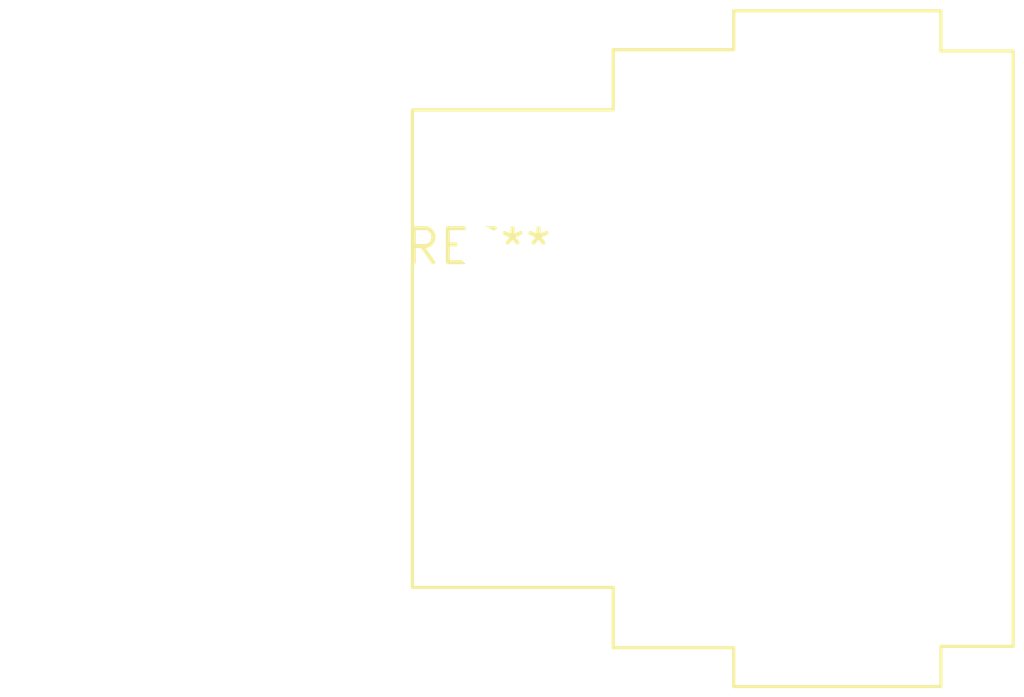
<source format=kicad_pcb>
(kicad_pcb (version 20240108) (generator pcbnew)
  (layers (0 "F.Cu" signal) (31 "B.Cu" signal) (34 "B.Paste" user) (35 "F.Paste" user) (36 "B.SilkS" user "B.Silkscreen") (37 "F.SilkS" user "F.Silkscreen") (38 "B.Mask" user) (39 "F.Mask" user) (44 "Edge.Cuts" user))
  (net 0 "")
  (footprint "Jack_XLR_Neutrik_NC5FBH_Horizontal" (layer "F.Cu") (at 0 0)
    (property "Reference" "REF**")
    (property "Value" "Jack_XLR_Neutrik_NC5FBH_Horizontal")
    (fp_line (start -2.47 -5.11) (end -2.47 12.73) (layer "F.SilkS") (stroke (width 0.12)))
    (fp_line (start 5.03 -5.11) (end -2.47 -5.11) (layer "F.SilkS") (stroke (width 0.12)))
    (fp_line (start 5.03 -5.11) (end 5.03 -7.36) (layer "F.SilkS") (stroke (width 0.12)))
    (fp_line (start 5.03 12.73) (end -2.47 12.73) (layer "F.SilkS") (stroke (width 0.12)))
    (fp_line (start 5.03 12.73) (end 5.03 14.98) (layer "F.SilkS") (stroke (width 0.12)))
    (fp_line (start 9.53 -7.36) (end 5.03 -7.36) (layer "F.SilkS") (stroke (width 0.12)))
    (fp_line (start 9.53 -7.36) (end 9.53 -8.81) (layer "F.SilkS") (stroke (width 0.12)))
    (fp_line (start 9.53 14.98) (end 5.03 14.98) (layer "F.SilkS") (stroke (width 0.12)))
    (fp_line (start 9.53 16.43) (end 9.53 14.98) (layer "F.SilkS") (stroke (width 0.12)))
    (fp_line (start 17.27 -8.81) (end 9.53 -8.81) (layer "F.SilkS") (stroke (width 0.12)))
    (fp_line (start 17.27 -8.81) (end 17.27 -7.31) (layer "F.SilkS") (stroke (width 0.12)))
    (fp_line (start 17.27 -7.31) (end 19.97 -7.31) (layer "F.SilkS") (stroke (width 0.12)))
    (fp_line (start 17.27 14.93) (end 17.27 16.43) (layer "F.SilkS") (stroke (width 0.12)))
    (fp_line (start 17.27 14.93) (end 19.97 14.93) (layer "F.SilkS") (stroke (width 0.12)))
    (fp_line (start 17.27 16.43) (end 9.53 16.43) (layer "F.SilkS") (stroke (width 0.12)))
    (fp_line (start 19.97 -7.31) (end 19.97 14.93) (layer "F.SilkS") (stroke (width 0.12)))
    (pad "" np_thru_hole circle (at 8.26 7.62) (size 1.6 1.6) (drill 1.6) (layers *.Cu *.Mask))
    (pad "" np_thru_hole circle (at 13.34 0) (size 1.6 1.6) (drill 1.6) (layers *.Cu *.Mask))
    (pad "1" thru_hole circle (at 0 0) (size 3.4 3.4) (drill 1.6) (layers *.Cu *.Mask) (remove_unused_layers))
    (pad "2" thru_hole circle (at 3.815 3.81) (size 2.9 2.9) (drill 1.2) (layers *.Cu *.Mask) (remove_unused_layers))
    (pad "3" thru_hole circle (at 0 3.81) (size 2.9 2.9) (drill 1.2) (layers *.Cu *.Mask) (remove_unused_layers))
    (pad "4" thru_hole circle (at 3.815 10.79) (size 2.9 2.9) (drill 1.2) (layers *.Cu *.Mask) (remove_unused_layers))
    (pad "5" thru_hole circle (at 0 7.62) (size 3.4 3.4) (drill 1.6) (layers *.Cu *.Mask) (remove_unused_layers))
    (pad "G" thru_hole circle (at 10.17 -4.44) (size 2.9 2.9) (drill 1.2) (layers *.Cu *.Mask) (remove_unused_layers))
  )
)
</source>
